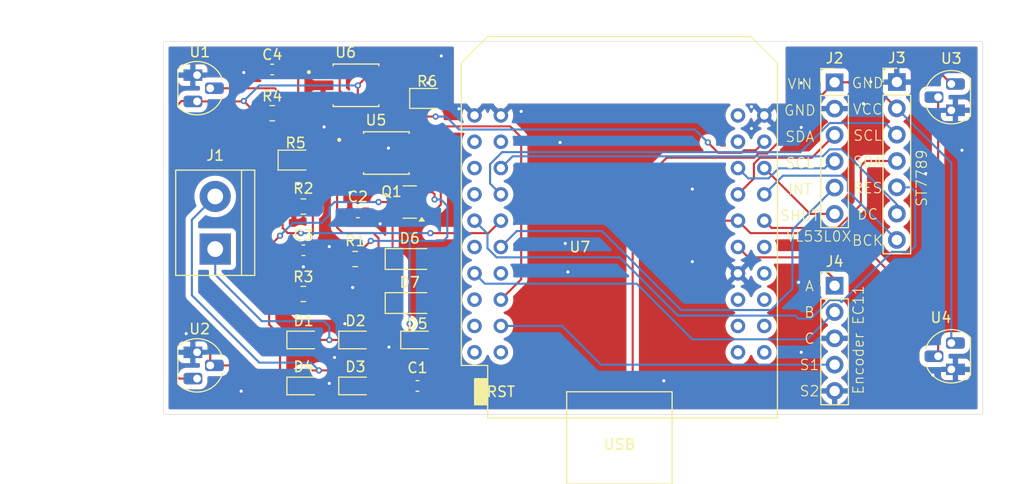
<source format=kicad_pcb>
(kicad_pcb (version 20240108) (generator "pcbnew") (generator_version "8.0")
  (layers (0 "F.Cu" signal) (31 "B.Cu" signal) (34 "B.Paste" user) (35 "F.Paste" user) (36 "B.SilkS" user "B.Silkscreen") (37 "F.SilkS" user "F.Silkscreen") (38 "B.Mask" user) (39 "F.Mask" user) (44 "Edge.Cuts" user))
  (net 0 "")
  (net 1 "Net-(D5-K)")
  (net 2 "GND")
  (net 3 "Net-(D6-K)")
  (net 4 "Net-(C3-Pad2)")
  (net 5 "Net-(C4-Pad2)")
  (net 6 "Net-(D1-K)")
  (net 7 "Net-(D1-A)")
  (net 8 "Net-(D3-A)")
  (net 9 "Net-(D7-K)")
  (net 10 "+3V3")
  (net 11 "Disp_MOSI")
  (net 12 "Disp_SCK")
  (net 13 "onewire")
  (net 14 "boil_to_cntr")
  (net 15 "cntr_to_boil")
  (net 16 "TOF_SCL")
  (net 17 "TOF_SHUT")
  (net 18 "TOF_INT")
  (net 19 "TOF_SDA")
  (net 20 "Disp_RES")
  (net 21 "Disp_LED")
  (net 22 "Disp_DC")
  (net 23 "Enc_A")
  (net 24 "Enc_S")
  (net 25 "Enc_B")
  (footprint "Diode_SMD:D_SOD-323" (layer "F.Cu") (at 103.5225 103.25)
    (property "Reference" "D4" (at 0 -1.85 0) (layer "F.SilkS"))
    (property "Value" "1N4148WS" (hide yes))
    (pad "1" smd roundrect (at -1.05 0) (size 0.6 0.45) (layers "F.Cu" "F.Paste" "F.Mask") (net 8 "Net-(D3-A)"))
    (pad "2" smd roundrect (at 1.05 0) (size 0.6 0.45) (layers "F.Cu" "F.Paste" "F.Mask") (net 2 "GND"))
  )
  (footprint "EL357N-G:OPTO_EL357N-G" (layer "F.Cu") (at 111.5 80.77)
    (property "Reference" "U5" (at -1 -3.173 0) (layer "F.SilkS"))
    (property "Value" "EL357N-G" (hide yes))
    (pad "1" smd rect (at -3.175 -1.27) (size 1.5 0.6) (layers "F.Cu" "F.Paste" "F.Mask") (net 5 "Net-(C4-Pad2)"))
    (pad "2" smd rect (at -3.175 1.27) (size 1.5 0.6) (layers "F.Cu" "F.Paste" "F.Mask") (net 2 "GND"))
    (pad "3" smd rect (at 3.175 1.27) (size 1.5 0.6) (layers "F.Cu" "F.Paste" "F.Mask") (net 9 "Net-(D7-K)"))
    (pad "4" smd rect (at 3.175 -1.27) (size 1.5 0.6) (layers "F.Cu" "F.Paste" "F.Mask") (net 3 "Net-(D6-K)"))
  )
  (footprint "Diode_SMD:D_SOD-123" (layer "F.Cu") (at 113.75 95.25)
    (property "Reference" "D7" (at 0 -2 0) (layer "F.SilkS"))
    (property "Value" "BZT52C4V3" (hide yes))
    (pad "1" smd roundrect (at -1.65 0) (size 0.9 1.2) (layers "F.Cu" "F.Paste" "F.Mask") (net 9 "Net-(D7-K)"))
    (pad "2" smd roundrect (at 1.65 0) (size 0.9 1.2) (layers "F.Cu" "F.Paste" "F.Mask") (net 2 "GND"))
  )
  (footprint "EL357N-G:OPTO_EL357N-G" (layer "F.Cu") (at 108.575 74.23)
    (property "Reference" "U6" (at -1 -3.173 0) (layer "F.SilkS"))
    (property "Value" "EL357N-G" (hide yes))
    (pad "1" smd rect (at -3.175 -1.27) (size 1.5 0.6) (layers "F.Cu" "F.Paste" "F.Mask") (net 4 "Net-(C3-Pad2)"))
    (pad "2" smd rect (at -3.175 1.27) (size 1.5 0.6) (layers "F.Cu" "F.Paste" "F.Mask") (net 2 "GND"))
    (pad "3" smd rect (at 3.175 1.27) (size 1.5 0.6) (layers "F.Cu" "F.Paste" "F.Mask") (net 15 "cntr_to_boil"))
    (pad "4" smd rect (at 3.175 -1.27) (size 1.5 0.6) (layers "F.Cu" "F.Paste" "F.Mask") (net 10 "+3V3"))
  )
  (footprint "Package_TO_SOT_THT:TO-92L_HandSolder" (layer "F.Cu") (at 93.25 73.25 -90)
    (property "Reference" "U1" (at -2.23 -0.27 180) (layer "F.SilkS"))
    (property "Value" "DS18S20")
    (pad "1" thru_hole rect (at 0 0 270) (size 1.1 1.8) (drill 0.75 (offset 0 0.4)) (layers "*.Cu" "*.Mask") (net 2 "GND"))
    (pad "2" thru_hole roundrect (at 1.27 -1.27 270) (size 1.1 1.8) (drill 0.75 (offset 0 -0.4)) (layers "*.Cu" "*.Mask") (net 13 "onewire"))
    (pad "3" thru_hole roundrect (at 2.54 0 270) (size 1.1 1.8) (drill 0.75 (offset 0 0.4)) (layers "*.Cu" "*.Mask") (net 10 "+3V3"))
  )
  (footprint "Package_TO_SOT_THT:TO-92L_HandSolder" (layer "F.Cu") (at 165.97 76.645 90)
    (property "Reference" "U3" (at 5 0 180) (layer "F.SilkS"))
    (property "Value" "DS18S20")
    (pad "1" thru_hole rect (at 0 0 90) (size 1.1 1.8) (drill 0.75 (offset 0 0.4)) (layers "*.Cu" "*.Mask") (net 2 "GND"))
    (pad "2" thru_hole roundrect (at 1.27 -1.27 90) (size 1.1 1.8) (drill 0.75 (offset 0 -0.4)) (layers "*.Cu" "*.Mask") (net 13 "onewire"))
    (pad "3" thru_hole roundrect (at 2.54 0 90) (size 1.1 1.8) (drill 0.75 (offset 0 0.4)) (layers "*.Cu" "*.Mask") (net 10 "+3V3"))
  )
  (footprint "Capacitor_SMD:C_0603_1608Metric" (layer "F.Cu") (at 114.5 103.25 180)
    (property "Reference" "C1" (at 0 1.75 0) (layer "F.SilkS"))
    (property "Value" "10n" (hide yes))
    (pad "1" smd roundrect (at -0.775 0 180) (size 0.9 0.95) (layers "F.Cu" "F.Paste" "F.Mask") (net 2 "GND"))
    (pad "2" smd roundrect (at 0.775 0 180) (size 0.9 0.95) (layers "F.Cu" "F.Paste" "F.Mask") (net 1 "Net-(D5-K)"))
  )
  (footprint "Diode_SMD:D_SOD-323" (layer "F.Cu") (at 103.5225 98.811426)
    (property "Reference" "D1" (at 0 -1.85 0) (layer "F.SilkS"))
    (property "Value" "1N4148WS" (hide yes))
    (pad "1" smd roundrect (at -1.05 0) (size 0.6 0.45) (layers "F.Cu" "F.Paste" "F.Mask") (net 6 "Net-(D1-K)"))
    (pad "2" smd roundrect (at 1.05 0) (size 0.6 0.45) (layers "F.Cu" "F.Paste" "F.Mask") (net 7 "Net-(D1-A)"))
  )
  (footprint "Resistor_SMD:R_0805_2012Metric" (layer "F.Cu") (at 100.5 76.928571)
    (property "Reference" "R4" (at 0 -1.65 0) (layer "F.SilkS"))
    (property "Value" "4k7" (hide yes))
    (pad "1" smd roundrect (at -0.9125 0) (size 1.025 1.4) (layers "F.Cu" "F.Paste" "F.Mask") (roundrect_rratio 0.243902) (net 10 "+3V3"))
    (pad "2" smd roundrect (at 0.9125 0) (size 1.025 1.4) (layers "F.Cu" "F.Paste" "F.Mask") (roundrect_rratio 0.243902) (net 13 "onewire"))
  )
  (footprint "Capacitor_SMD:C_0603_1608Metric" (layer "F.Cu") (at 100.5 72.71)
    (property "Reference" "C4" (at 0 -1.43 0) (layer "F.SilkS"))
    (property "Value" "2n2" (hide yes))
    (pad "1" smd roundrect (at -0.775 0) (size 0.9 0.95) (layers "F.Cu" "F.Paste" "F.Mask") (net 2 "GND"))
    (pad "2" smd roundrect (at 0.775 0) (size 0.9 0.95) (layers "F.Cu" "F.Paste" "F.Mask") (net 5 "Net-(C4-Pad2)"))
  )
  (footprint "Diode_SMD:D_SOD-323" (layer "F.Cu") (at 108.5225 98.811426)
    (property "Reference" "D2" (at 0 -1.85 0) (layer "F.SilkS"))
    (property "Value" "1N4148WS" (hide yes))
    (pad "1" smd roundrect (at -1.05 0) (size 0.6 0.45) (layers "F.Cu" "F.Paste" "F.Mask") (net 7 "Net-(D1-A)"))
    (pad "2" smd roundrect (at 1.05 0) (size 0.6 0.45) (layers "F.Cu" "F.Paste" "F.Mask") (net 2 "GND"))
  )
  (footprint "ESP32_mini:ESP32_mini" (layer "F.Cu") (at 133.97 88.57)
    (property "Reference" "U7" (at -3.81 1.27 0) (layer "F.SilkS"))
    (property "Value" "mini_esp32")
    (fp_text user "RST" (at -11.43 15.24 0) (layer "F.SilkS"))
    (fp_text user "USB" (at 0 20.32 0) (layer "F.SilkS"))
    (pad "1" thru_hole circle (at -13.97 -11.43 270) (size 1.4 1.4) (drill 0.8) (layers "*.Cu" "*.Mask") (net 2 "GND"))
    (pad "2" thru_hole circle (at -11.43 -11.43 270) (size 1.4 1.4) (drill 0.8) (layers "*.Cu" "*.Mask") (net 2 "GND"))
    (pad "3" thru_hole circle (at -13.97 -8.89 270) (size 1.4 1.4) (drill 0.8) (layers "*.Cu" "*.Mask"))
    (pad "4" thru_hole circle (at -11.43 -8.89 270) (size 1.4 1.4) (drill 0.8) (layers "*.Cu" "*.Mask"))
    (pad "5" thru_hole circle (at -13.97 -6.35 270) (size 1.4 1.4) (drill 0.8) (layers "*.Cu" "*.Mask"))
    (pad "6" thru_hole circle (at -11.43 -6.35 270) (size 1.4 1.4) (drill 0.8) (layers "*.Cu" "*.Mask") (net 22 "Disp_DC"))
    (pad "7" thru_hole circle (at -13.97 -3.81 270) (size 1.4 1.4) (drill 0.8) (layers "*.Cu" "*.Mask"))
    (pad "8" thru_hole circle (at -11.43 -3.81 270) (size 1.4 1.4) (drill 0.8) (layers "*.Cu" "*.Mask") (net 12 "Disp_SCK"))
    (pad "9" thru_hole circle (at -13.97 -1.27 270) (size 1.4 1.4) (drill 0.8) (layers "*.Cu" "*.Mask") (net 20 "Disp_RES"))
    (pad "10" thru_hole circle (at -11.43 -1.27 270) (size 1.4 1.4) (drill 0.8) (layers "*.Cu" "*.Mask") (net 14 "boil_to_cntr"))
    (pad "11" thru_hole circle (at -13.97 1.27 270) (size 1.4 1.4) (drill 0.8) (layers "*.Cu" "*.Mask"))
    (pad "12" thru_hole circle (at -11.43 1.27 270) (size 1.4 1.4) (drill 0.8) (layers "*.Cu" "*.Mask") (net 18 "TOF_INT"))
    (pad "13" thru_hole circle (at -13.97 3.81 270) (size 1.4 1.4) (drill 0.8) (layers "*.Cu" "*.Mask") (net 25 "Enc_B"))
    (pad "14" thru_hole circle (at -11.43 3.81 270) (size 1.4 1.4) (drill 0.8) (layers "*.Cu" "*.Mask"))
    (pad "15" thru_hole circle (at -13.97 6.35 270) (size 1.4 1.4) (drill 0.8) (layers "*.Cu" "*.Mask"))
    (pad "16" thru_hole circle (at -11.43 6.35 270) (size 1.4 1.4) (drill 0.8) (layers "*.Cu" "*.Mask") (net 10 "+3V3"))
    (pad "17" thru_hole circle (at -13.97 8.89 270) (size 1.4 1.4) (drill 0.8) (layers "*.Cu" "*.Mask"))
    (pad "18" thru_hole circle (at -11.43 8.89 270) (size 1.4 1.4) (drill 0.8) (layers "*.Cu" "*.Mask") (net 24 "Enc_S"))
    (pad "19" thru_hole circle (at -13.97 11.43 270) (size 1.4 1.4) (drill 0.8) (layers "*.Cu" "*.Mask"))
    (pad "20" thru_hole circle (at -11.43 11.43 270) (size 1.4 1.4) (drill 0.8) (layers "*.Cu" "*.Mask"))
    (pad "21" thru_hole circle (at 11.43 -11.43 270) (size 1.4 1.4) (drill 0.8) (layers "*.Cu" "*.Mask"))
    (pad "22" thru_hole circle (at 13.97 -11.43 270) (size 1.4 1.4) (drill 0.8) (layers "*.Cu" "*.Mask") (net 2 "GND"))
    (pad "23" thru_hole circle (at 11.43 -8.89 270) (size 1.4 1.4) (drill 0.8) (layers "*.Cu" "*.Mask"))
    (pad "24" thru_hole circle (at 13.97 -8.89 270) (size 1.4 1.4) (drill 0.8) (layers "*.Cu" "*.Mask") (net 15 "cntr_to_boil"))
    (pad "25" thru_hole circle (at 11.43 -6.35 270) (size 1.4 1.4) (drill 0.8) (layers "*.Cu" "*.Mask") (net 16 "TOF_SCL"))
    (pad "26" thru_hole circle (at 13.97 -6.35 270) (size 1.4 1.4) (drill 0.8) (layers "*.Cu" "*.Mask") (net 17 "TOF_SHUT"))
    (pad "27" thru_hole circle (at 11.43 -3.81 270) (size 1.4 1.4) (drill 0.8) (layers "*.Cu" "*.Mask") (net 19 "TOF_SDA"))
    (pad "28" thru_hole circle (at 13.97 -3.81 270) (size 1.4 1.4) (drill 0.8) (layers "*.Cu" "*.Mask") (net 21 "Disp_LED"))
    (pad "29" thru_hole circle (at 11.43 -1.27 270) (size 1.4 1.4) (drill 0.8) (layers "*.Cu" "*.Mask") (net 13 "onewire"))
    (pad "30" thru_hole circle (at 13.97 -1.27 270) (size 1.4 1.4) (drill 0.8) (layers "*.Cu" "*.Mask") (net 11 "Disp_MOSI"))
    (pad "31" thru_hole circle (at 11.43 1.27 270) (size 1.4 1.4) (drill 0.8) (layers "*.Cu" "*.Mask") (net 23 "Enc_A"))
    (pad "32" thru_hole circle (at 13.97 1.27 270) (size 1.4 1.4) (drill 0.8) (layers "*.Cu" "*.Mask"))
    (pad "33" thru_hole circle (at 11.43 3.81 270) (size 1.4 1.4) (drill 0.8) (layers "*.Cu" "*.Mask") (net 2 "GND"))
    (pad "34" thru_hole circle (at 13.97 3.81 270) (size 1.4 1.4) (drill 0.8) (layers "*.Cu" "*.Mask"))
    (pad "35" thru_hole circle (at 11.43 6.35 270) (size 1.4 1.4) (drill 0.8) (layers "*.Cu" "*.Mask"))
    (pad "36" thru_hole circle (at 13.97 6.35 270) (size 1.4 1.4) (drill 0.8) (layers "*.Cu" "*.Mask"))
    (pad "37" thru_hole circle (at 11.43 8.89 270) (size 1.4 1.4) (drill 0.8) (layers "*.Cu" "*.Mask"))
    (pad "38" thru_hole circle (at 13.97 8.89 270) (size 1.4 1.4) (drill 0.8) (layers "*.Cu" "*.Mask"))
    (pad "39" thru_hole circle (at 11.43 11.43 270) (size 1.4 1.4) (drill 0.8) (layers "*.Cu" "*.Mask"))
    (pad "40" thru_hole circle (at 13.97 11.43 270) (size 1.4 1.4) (drill 0.8) (layers "*.Cu" "*.Mask"))
  )
  (footprint "Capacitor_SMD:C_0603_1608Metric" (layer "F.Cu") (at 103.5 90.154284)
    (property "Reference" "C3" (at 0 -1.43 0) (layer "F.SilkS"))
    (property "Value" "10n" (hide yes))
    (pad "1" smd roundrect (at -0.775 0) (size 0.9 0.95) (layers "F.Cu" "F.Paste" "F.Mask") (net 2 "GND"))
    (pad "2" smd roundrect (at 0.775 0) (size 0.9 0.95) (layers "F.Cu" "F.Paste" "F.Mask") (net 4 "Net-(C3-Pad2)"))
  )
  (footprint "Resistor_SMD:R_0805_2012Metric" (layer "F.Cu") (at 103.5 85.935713 180)
    (property "Reference" "R2" (at 0 1.75 0) (layer "F.SilkS"))
    (property "Value" "150" (hide yes))
    (pad "1" smd roundrect (at -0.9125 0 180) (size 1.025 1.4) (layers "F.Cu" "F.Paste" "F.Mask") (roundrect_rratio 0.243902) (net 4 "Net-(C3-Pad2)"))
    (pad "2" smd roundrect (at 0.9125 0 180) (size 1.025 1.4) (layers "F.Cu" "F.Paste" "F.Mask") (roundrect_rratio 0.243902) (net 2 "GND"))
  )
  (footprint "Package_TO_SOT_SMD:SOT-23" (layer "F.Cu") (at 113.75 85.5 180)
    (property "Reference" "Q1" (at 1.75 1 180) (layer "F.SilkS"))
    (property "Value" "MMBT2907A" (hide yes))
    (pad "1" smd roundrect (at -0.9375 -0.95 180) (size 1.475 0.6) (layers "F.Cu" "F.Paste" "F.Mask") (net 3 "Net-(D6-K)"))
    (pad "2" smd roundrect (at -0.9375 0.95 180) (size 1.475 0.6) (layers "F.Cu" "F.Paste" "F.Mask") (net 1 "Net-(D5-K)"))
    (pad "3" smd roundrect (at 0.9375 0 180) (size 1.475 0.6) (layers "F.Cu" "F.Paste" "F.Mask") (net 6 "Net-(D1-K)"))
  )
  (footprint "Connector_PinHeader_2.54mm:PinHeader_1x07_P2.54mm_Vertical" (layer "F.Cu") (at 160.72 73.92)
    (property "Reference" "J3" (at 0 -2.33 0) (layer "F.SilkS"))
    (property "Value" "ST7789")
    (pad "1" thru_hole rect (at 0 0) (size 1.7 1.7) (drill 1) (layers "*.Cu" "*.Mask") (net 2 "GND"))
    (pad "2" thru_hole oval (at 0 2.54) (size 1.7 1.7) (drill 1) (layers "*.Cu" "*.Mask") (net 10 "+3V3"))
    (pad "3" thru_hole oval (at 0 5.08) (size 1.7 1.7) (drill 1) (layers "*.Cu" "*.Mask") (net 12 "Disp_SCK"))
    (pad "4" thru_hole oval (at 0 7.62) (size 1.7 1.7) (drill 1) (layers "*.Cu" "*.Mask") (net 11 "Disp_MOSI"))
    (pad "5" thru_hole oval (at 0 10.16) (size 1.7 1.7) (drill 1) (layers "*.Cu" "*.Mask") (net 20 "Disp_RES"))
    (pad "6" thru_hole oval (at 0 12.7) (size 1.7 1.7) (drill 1) (layers "*.Cu" "*.Mask") (net 22 "Disp_DC"))
    (pad "7" thru_hole oval (at 0 15.24) (size 1.7 1.7) (drill 1) (layers "*.Cu" "*.Mask") (net 21 "Disp_LED"))
  )
  (footprint "Diode_SMD:D_0805_2012Metric" (layer "F.Cu") (at 115.4375 75.5)
    (property "Reference" "R6" (at 0 -1.65 0) (layer "F.SilkS"))
    (property "Value" "330" (hide yes))
    (pad "1" smd roundrect (at -0.9375 0) (size 0.975 1.4) (layers "F.Cu" "F.Paste" "F.Mask") (net 15 "cntr_to_boil"))
    (pad "2" smd roundrect (at 0.9375 0) (size 0.975 1.4) (layers "F.Cu" "F.Paste" "F.Mask") (net 2 "GND"))
  )
  (footprint "Capacitor_SMD:C_0603_1608Metric" (layer "F.Cu") (at 108.75 86.5 180)
    (property "Reference" "C2" (at 0 1.5 0) (layer "F.SilkS"))
    (property "Value" "2n2" (hide yes))
    (pad "1" smd roundrect (at -0.775 0 180) (size 0.9 0.95) (layers "F.Cu" "F.Paste" "F.Mask") (net 3 "Net-(D6-K)"))
    (pad "2" smd roundrect (at 0.775 0 180) (size 0.9 0.95) (layers "F.Cu" "F.Paste" "F.Mask") (net 2 "GND"))
  )
  (footprint "TerminalBlock:TerminalBlock_bornier-2_P5.08mm" (layer "F.Cu") (at 95 90.04 90)
    (property "Reference" "J1" (at 9.04 0 180) (layer "F.SilkS"))
    (property "Value" "OpenTherm")
    (pad "1" thru_hole rect (at 0 0 90) (size 3 3) (drill 1.52) (layers "*.Cu" "*.Mask") (net 7 "Net-(D1-A)"))
    (pad "2" thru_hole circle (at 5.08 0 90) (size 3 3) (drill 1.52) (layers "*.Cu" "*.Mask") (net 8 "Net-(D3-A)"))
  )
  (footprint "Diode_SMD:D_SOD-123" (layer "F.Cu") (at 113.75 91)
    (property "Reference" "D6" (at 0 -2 0) (layer "F.SilkS"))
    (property "Value" "BZT52C15V" (hide yes))
    (pad "1" smd roundrect (at -1.65 0) (size 0.9 1.2) (layers "F.Cu" "F.Paste" "F.Mask") (net 3 "Net-(D6-K)"))
    (pad "2" smd roundrect (at 1.65 0) (size 0.9 1.2) (layers "F.Cu" "F.Paste" "F.Mask") (net 2 "GND"))
  )
  (footprint "Connector_PinHeader_2.54mm:PinHeader_1x06_P2.54mm_Vertical" (layer "F.Cu") (at 154.72 73.945)
    (property "Reference" "J2" (at 0 -2.33 0) (layer "F.SilkS"))
    (property "Value" "Laser range sensor")
    (pad "1" thru_hole rect (at 0 0) (size 1.7 1.7) (drill 1) (layers "*.Cu" "*.Mask") (net 10 "+3V3"))
    (pad "2" thru_hole oval (at 0 2.54) (size 1.7 1.7) (drill 1) (layers "*.Cu" "*.Mask") (net 2 "GND"))
    (pad "3" thru_hole oval (at 0 5.08) (size 1.7 1.7) (drill 1) (layers "*.Cu" "*.Mask") (net 19 "TOF_SDA"))
    (pad "4" thru_hole oval (at 0 7.62) (size 1.7 1.7) (drill 1) (layers "*.Cu" "*.Mask") (net 16 "TOF_SCL"))
    (pad "5" thru_hole oval (at 0 10.16) (size 1.7 1.7) (drill 1) (layers "*.Cu" "*.Mask") (net 18 "TOF_INT"))
    (pad "6" thru_hole oval (at 0 12.7) (size 1.7 1.7) (drill 1) (layers "*.Cu" "*.Mask") (net 17 "TOF_SHUT"))
  )
  (footprint "Diode_SMD:D_SOD-323" (layer "F.Cu") (at 108.5225 103.25)
    (property "Reference" "D3" (at 0 -1.85 0) (layer "F.SilkS"))
    (property "Value" "1N4148WS" (hide yes))
    (pad "1" smd roundrect (at -1.05 0) (size 0.6 0.45) (layers "F.Cu" "F.Paste" "F.Mask") (net 6 "Net-(D1-K)"))
    (pad "2" smd roundrect (at 1.05 0) (size 0.6 0.45) (layers "F.Cu" "F.Paste" "F.Mask") (net 8 "Net-(D3-A)"))
  )
  (footprint "Package_TO_SOT_THT:TO-92L_HandSolder" (layer "F.Cu") (at 93.25 100 -90)
    (property "Reference" "U2" (at -2.25 -0.25 180) (layer "F.SilkS"))
    (property "Value" "DS18S20")
    (pad "1" thru_hole rect (at 0 0 270) (size 1.1 1.8) (drill 0.75 (offset 0 0.4)) (layers "*.Cu" "*.Mask") (net 2 "GND"))
    (pad "2" thru_hole roundrect (at 1.27 -1.27 270) (size 1.1 1.8) (drill 0.75 (offset 0 -0.4)) (layers "*.Cu" "*.Mask") (net 13 "onewire"))
    (pad "3" thru_hole roundrect (at 2.54 0 270) (size 1.1 1.8) (drill 0.75 (offset 0 0.4)) (layers "*.Cu" "*.Mask") (net 10 "+3V3"))
  )
  (footprint "Package_TO_SOT_THT:TO-92L_HandSolder" (layer "F.Cu") (at 165.97 101.65 90)
    (property "Reference" "U4" (at 5 -1 180) (layer "F.SilkS"))
    (property "Value" "DS18S20")
    (pad "1" thru_hole rect (at 0 0 90) (size 1.1 1.8) (drill 0.75 (offset 0 0.4)) (layers "*.Cu" "*.Mask") (net 2 "GND"))
    (pad "2" thru_hole roundrect (at 1.27 -1.27 90) (size 1.1 1.8) (drill 0.75 (offset 0 -0.4)) (layers "*.Cu" "*.Mask") (net 13 "onewire"))
    (pad "3" thru_hole roundrect (at 2.54 0 90) (size 1.1 1.8) (drill 0.75 (offset 0 0.4)) (layers "*.Cu" "*.Mask") (net 10 "+3V3"))
  )
  (footprint "Diode_SMD:D_0805_2012Metric" (layer "F.Cu") (at 102.75 81.452142)
    (property "Reference" "R5" (at 0 -1.65 0) (layer "F.SilkS"))
    (property "Value" "1k5" (hide yes))
    (pad "1" smd roundrect (at -0.9375 0) (size 0.975 1.4) (layers "F.Cu" "F.Paste" "F.Mask") (net 14 "boil_to_cntr"))
    (pad "2" smd roundrect (at 0.9375 0) (size 0.975 1.4) (layers "F.Cu" "F.Paste" "F.Mask") (net 5 "Net-(C4-Pad2)"))
  )
  (footprint "Resistor_SMD:R_0805_2012Metric" (layer "F.Cu") (at 108.5 91 180)
    (property "Reference" "R1" (at 0 1.75 0) (layer "F.SilkS"))
    (property "Value" "200" (hide yes))
    (pad "1" smd roundrect (at -0.9125 0 180) (size 1.025 1.4) (layers "F.Cu" "F.Paste" "F.Mask") (roundrect_rratio 0.243902) (net 1 "Net-(D5-K)"))
    (pad "2" smd roundrect (at 0.9125 0 180) (size 1.025 1.4) (layers "F.Cu" "F.Paste" "F.Mask") (roundrect_rratio 0.243902) (net 4 "Net-(C3-Pad2)"))
  )
  (footprint "Resistor_SMD:R_0805_2012Metric" (layer "F.Cu") (at 103.5 94.372855)
    (property "Reference" "R3" (at 0 -1.65 0) (layer "F.SilkS"))
    (property "Value" "330" (hide yes))
    (pad "1" smd roundrect (at -0.9125 0) (size 1.025 1.4) (layers "F.Cu" "F.Paste" "F.Mask") (roundrect_rratio 0.243902) (net 3 "Net-(D6-K)"))
    (pad "2" smd roundrect (at 0.9125 0) (size 1.025 1.4) (layers "F.Cu" "F.Paste" "F.Mask") (roundrect_rratio 0.243902) (net 6 "Net-(D1-K)"))
  )
  (footprint "Connector_PinHeader_2.54mm:PinHeader_1x05_P2.54mm_Vertical" (layer "F.Cu") (at 154.72 93.575)
    (property "Reference" "J4" (at 0 -2.33 0) (layer "F.SilkS"))
    (property "Value" "Encoder")
    (pad "1" thru_hole rect (at 0 0) (size 1.7 1.7) (drill 1) (layers "*.Cu" "*.Mask") (net 23 "Enc_A"))
    (pad "2" thru_hole oval (at 0 2.54) (size 1.7 1.7) (drill 1) (layers "*.Cu" "*.Mask") (net 25 "Enc_B"))
    (pad "3" thru_hole oval (at 0 5.08) (size 1.7 1.7) (drill 1) (layers "*.Cu" "*.Mask") (net 2 "GND"))
    (pad "4" thru_hole oval (at 0 7.62) (size 1.7 1.7) (drill 1) (layers "*.Cu" "*.Mask") (net 24 "Enc_S"))
    (pad "5" thru_hole oval (at 0 10.16) (size 1.7 1.7) (drill 1) (layers "*.Cu" "*.Mask") (net 2 "GND"))
  )
  (footprint "Diode_SMD:D_SOD-323" (layer "F.Cu") (at 114.5 98.811426)
    (property "Reference" "D5" (at 0 -1.561426 0) (layer "F.SilkS"))
    (property "Value" "BZT52C4V7S" (hide yes))
    (pad "1" smd roundrect (at -1.05 0) (size 0.6 0.45) (layers "F.Cu" "F.Paste" "F.Mask") (net 1 "Net-(D5-K)"))
    (pad "2" smd roundrect (at 1.05 0) (size 0.6 0.45) (layers "F.Cu" "F.Paste" "F.Mask") (net 2 "GND"))
  )
  (gr_rect (start 90 70) (end 169 106) (stroke (width 0.05)) (fill none) (layer "Edge.Cuts"))
  (gr_text "INT" (at 150.161905 84.86 0) (layer "F.SilkS") (effects (font (size 1 1) (thickness 0.1)) (justify left bottom)))
  (gr_text "ST7789" (at 163.7 83.2 90) (layer "F.SilkS") (effects (font (size 1 1) (thickness 0.1)) (justify bottom)))
  (gr_text "Encoder EC11" (at 157.6 98.8 90) (layer "F.SilkS") (effects (font (size 1 1) (thickness 0.1)) (justify bottom)))
  (gr_text "RES" (at 157.9 84.733332 0) (layer "F.SilkS") (effects (font (size 1 1) (thickness 0.1)) (justify bottom)))
  (gr_text "S1" (at 152.3 101.799999 0) (layer "F.SilkS") (effects (font (size 1 1) (thickness 0.1)) (justify bottom)))
  (gr_text "BCK" (at 157.9 89.8 0) (layer "F.SilkS") (effects (font (size 1 1) (thickness 0.1)) (justify bottom)))
  (gr_text "C" (at 152.3 99.266666 0) (layer "F.SilkS") (effects (font (size 1 1) (thickness 0.1)) (justify bottom)))
  (gr_text "VCC" (at 157.9 77.133333 0) (layer "F.SilkS") (effects (font (size 1 1) (thickness 0.1)) (justify bottom)))
  (gr_text "VIN" (at 150.114286 74.7 0) (layer "F.SilkS") (effects (font (size 1 1) (thickness 0.1)) (justify left bottom)))
  (gr_text "DC" (at 157.9 87.266665 0) (layer "F.SilkS") (effects (font (size 1 1) (thickness 0.1)) (justify bottom)))
  (gr_text "VL53L0X" (at 153.2 89.4 0) (layer "F.SilkS") (effects (font (size 1 1) (thickness 0.1)) (justify bottom)))
  (gr_text "SCL" (at 149.92381 82.32 0) (layer "F.SilkS") (effects (font (size 1 1) (thickness 0.1)) (justify left bottom)))
  (gr_text "SDA" (at 149.9 79.78 0) (layer "F.SilkS") (effects (font (size 1 1) (thickness 0.1)) (justify left bottom)))
  (gr_text "SDA" (at 157.9 82.199999 0) (layer "F.SilkS") (effects (font (size 1 1) (thickness 0.1)) (justify bottom)))
  (gr_text "GND" (at 157.9 74.6 0) (layer "F.SilkS") (effects (font (size 1 1) (thickness 0.1)) (justify bottom)))
  (gr_text "SHUT" (at 149.4 87.4 0) (layer "F.SilkS") (effects (font (size 1 1) (thickness 0.1)) (justify left bottom)))
  (gr_text "S2" (at 152.3 104.333334 0) (layer "F.SilkS") (effects (font (size 1 1) (thickness 0.1)) (justify bottom)))
  (gr_text "GND" (at 149.780953 77.24 0) (layer "F.SilkS") (effects (font (size 1 1) (thickness 0.1)) (justify left bottom)))
  (gr_text "A" (at 152.3 94.2 0) (layer "F.SilkS") (effects (font (size 1 1) (thickness 0.1)) (justify bottom)))
  (gr_text "B" (at 152.3 96.733333 0) (layer "F.SilkS") (effects (font (size 1 1) (thickness 0.1)) (justify bottom)))
  (gr_text "SCL" (at 157.9 79.666666 0) (layer "F.SilkS") (effects (font (size 1 1) (thickness 0.1)) (justify bottom)))
  (segment (start 114.6875 84.55) (end 115.95 84.55) (width 0.2) (layer "F.Cu") (net 1))
  (segment (start 113.75 97.25) (end 113.75 98.511426) (width 0.2) (layer "F.Cu") (net 1))
  (segment (start 113.45 98.811426) (end 113.45 102.975) (width 0.2) (layer "F.Cu") (net 1))
  (segment (start 109.4125 89.8375) (end 109.4125 91) (width 0.2) (layer "F.Cu") (net 1))
  (segment (start 113.45 102.975) (end 113.725 103.25) (width 0.2) (layer "F.Cu") (net 1))
  (segment (start 110 89.25) (end 109.4125 89.8375) (width 0.2) (layer "F.Cu") (net 1))
  (segment (start 116.15 84.75) (end 115.95 84.55) (width 0.2) (layer "F.Cu") (net 1))
  (segment (start 116.15 85.25) (end 116.15 84.75) (width 0.2) (layer "F.Cu") (net 1))
  (segment (start 113.75 98.511426) (end 113.45 98.811426) (width 0.2) (layer "F.Cu") (net 1))
  (via (at 110 89.25) (size 0.6) (drill 0.3) (layers "F.Cu" "B.Cu") (net 1))
  (via (at 116.15 85.25) (size 0.6) (drill 0.3) (layers "F.Cu" "B.Cu") (net 1))
  (via (at 113.75 97.25) (size 0.6) (drill 0.3) (layers "F.Cu" "B.Cu") (net 1))
  (segment (start 113.75 89.25) (end 113.75 97.25) (width 0.2) (layer "B.Cu") (net 1))
  (segment (start 113.75 89.25) (end 110 89.25) (width 0.2) (layer "B.Cu") (net 1))
  (segment (start 117 89.25) (end 113.75 89.25) (width 0.2) (layer "B.Cu") (net 1))
  (segment (start 116.15 85.25) (end 116.75 85.25) (width 0.2) (layer "B.Cu") (net 1))
  (segment (start 116.75 85.25) (end 117.375 85.875) (width 0.2) (layer "B.Cu") (net 1))
  (segment (start 117.375 88.875) (end 117 89.25) (width 0.2) (layer "B.Cu") (net 1))
  (segment (start 117.375 85.875) (end 117.375 88.875) (width 0.2) (layer "B.Cu") (net 1))
  (segment (start 105.75 103.25) (end 106 103) (width 0.2) (layer "F.Cu") (net 2))
  (segment (start 104.5725 103.25) (end 105.75 103.25) (width 0.2) (layer "F.Cu") (net 2))
  (via (at 164.2 102.2) (size 0.6) (drill 0.3) (layers "F.Cu" "B.Cu") (net 2))
  (via (at 128.25 79.75) (size 0.6) (drill 0.3) (layers "F.Cu" "B.Cu") (net 2))
  (via (at 110.9 87.6) (size 0.6) (drill 0.3) (layers "F.Cu" "B.Cu") (net 2))
  (via (at 106 89.8) (size 0.6) (drill 0.3) (layers "F.Cu" "B.Cu") (net 2))
  (via (at 97.5 103.75) (size 0.6) (drill 0.3) (layers "F.Cu" "B.Cu") (net 2))
  (via (at 151.5 78.3) (size 0.6) (drill 0.3) (layers "F.Cu" "B.Cu") (net 2))
  (via (at 105.5 78.25) (size 0.6) (drill 0.3) (layers "F.Cu" "B.Cu") (net 2))
  (via (at 163.5 82.75) (size 0.6) (drill 0.3) (layers "F.Cu" "B.Cu") (net 2))
  (via (at 151.25 93.25) (size 0.6) (drill 0.3) (layers "F.Cu" "B.Cu") (net 2))
  (via (at 158.2 73.9) (size 0.6) (drill 0.3) (layers "F.Cu" "B.Cu") (net 2))
  (via (at 92.2 98.2) (size 0.6) (drill 0.3) (layers "F.Cu" "B.Cu") (net 2))
  (via (at 106.5 100.5) (size 0.6) (drill 0.3) (layers "F.Cu" "B.Cu") (net 2))
  (via (at 167 80.5) (size 0.6) (drill 0.3) (layers "F.Cu" "B.Cu") (net 2))
  (via (at 106 103) (size 0.6) (drill 0.3) (layers "F.Cu" "B.Cu") (net 2))
  (via (at 111.7 80.3) (size 0.6) (drill 0.3) (layers "F.Cu" "B.Cu") (net 2))
  (via (at 97.75 73) (size 0.6) (drill 0.3) (layers "F.Cu" "B.Cu") (net 2))
  (via (at 124.5 76.75) (size 0.6) (drill 0.3) (layers "F.Cu" "B.Cu") (net 2))
  (via (at 111.75 99.5) (size 0.6) (drill 0.3) (layers "F.Cu" "B.Cu") (net 2))
  (via (at 151.5 74) (size 0.6) (drill 0.3) (layers "F.Cu" "B.Cu") (net 2))
  (via (at 157.5 76) (size 0.6) (drill 0.3) (layers "F.Cu" "B.Cu") (net 2))
  (via (at 108.25 93.75) (size 0.6) (drill 0.3) (layers "F.Cu" "B.Cu") (net 2))
  (via (at 108 84.6) (size 0.6) (drill 0.3) (layers "F.Cu" "B.Cu") (net 2))
  (via (at 118.5 76.5) (size 0.6) (drill 0.3) (layers "F.Cu" "B.Cu") (net 2))
  (via (at 128.75 89.5) (size 0.6) (drill 0.3) (layers "F.Cu" "B.Cu") (net 2))
  (via (at 151.5 100) (size 0.6) (drill 0.3) (layers "F.Cu" "B.Cu") (net 2))
  (via (at 138.25 102.75) (size 0.6) (drill 0.3) (layers "F.Cu" "B.Cu") (net 2))
  (via (at 129 92.25) (size 0.6) (drill 0.3) (layers "F.Cu" "B.Cu") (net 2))
  (via (at 146.7 76.3) (size 0.6) (drill 0.3) (layers "F.Cu" "B.Cu") (net 2))
  (via (at 107.5 97.25) (size 0.6) (drill 0.3) (layers "F.Cu" "B.Cu") (net 2))
  (via (at 115.5 74) (size 0.6) (drill 0.3) (layers "F.Cu" "B.Cu") (net 2))
  (via (at 141 91.25) (size 0.6) (drill 0.3) (layers "F.Cu" "B.Cu") (net 2))
  (via (at 146.7 78.4) (size 0.6) (drill 0.3) (layers "F.Cu" "B.Cu") (net 2))
  (via (at 103 83.75) (size 0.6) (drill 0.3) (layers "F.Cu" "B.Cu") (net 2))
  (via (at 141 84.25) (size 0.6) (drill 0.3) (layers "F.Cu" "B.Cu") (net 2))
  (via (at 103.5 91.75) (size 0.6) (drill 0.3) (layers "F.Cu" "B.Cu") (net 2))
  (via (at 116.8 71.4) (size 0.6) (drill 0.3) (layers "F.Cu" "B.Cu") (net 2))
  (segment (start 114.6875 86.45) (end 112.5 86.45) (width 0.2) (layer "F.Cu") (net 3))
  (segment (start 102.5875 95.8375) (end 103 96.25) (width 0.2) (layer "F.Cu") (net 3))
  (segment (start 109.575 86.45) (end 109.525 86.5) (width 0.2) (layer "F.Cu") (net 3))
  (segment (start 103 96.25) (end 112.75 96.25) (width 0.2) (layer "F.Cu") (net 3))
  (segment (start 112.1 86.85) (end 112.5 86.45) (width 0.2) (layer "F.Cu") (net 3))
  (segment (start 116.05 86.45) (end 114.6875 86.45) (width 0.2) (layer "F.Cu") (net 3))
  (segment (start 113 91.25) (end 112.75 91) (width 0.2) (layer "F.Cu") (net 3))
  (segment (start 113 96) (end 113 91.25) (width 0.2) (layer "F.Cu") (net 3))
  (segment (start 112.75 91) (end 112.1 91) (width 0.2) (layer "F.Cu") (net 3))
  (segment (start 112.1 91) (end 112.1 86.85) (width 0.2) (layer "F.Cu") (net 3))
  (segment (start 102.5875 94.372855) (end 102.5875 95.8375) (width 0.2) (layer "F.Cu") (net 3))
  (segment (start 112.75 96.25) (end 113 96) (width 0.2) (layer "F.Cu") (net 3))
  (segment (start 114.675 79.5) (end 116.25 79.5) (width 0.2) (layer "F.Cu") (net 3))
  (segment (start 112.5 86.45) (end 109.575 86.45) (width 0.2) (layer "F.Cu") (net 3))
  (segment (start 116.75 80) (end 116.75 85.75) (width 0.2) (layer "F.Cu") (net 3))
  (segment (start 116.25 79.5) (end 116.75 80) (width 0.2) (layer "F.Cu") (net 3))
  (segment (start 116.75 85.75) (end 116.05 86.45) (width 0.2) (layer "F.Cu") (net 3))
  (segment (start 104.4125 85.935713) (end 104.4125 83.5875) (width 0.2) (layer "F.Cu") (net 4))
  (segment (start 104.4125 88.5875) (end 104.4125 85.935713) (width 0.2) (layer "F.Cu") (net 4))
  (segment (start 109.5 80) (end 109.5 77.25) (width 0.2) (layer "F.Cu") (net 4))
  (segment (start 105.120716 91) (end 104.275 90.154284) (width 0.2) (layer "F.Cu") (net 4))
  (segment (start 107.5875 91) (end 105.120716 91) (width 0.2) (layer "F.Cu") (net 4))
  (segment (start 107 73.25) (end 106.71 72.96) (width 0.2) (layer "F.Cu") (net 4))
  (segment (start 107 74.75) (end 109.5 77.25) (width 0.2) (layer "F.Cu") (net 4))
  (segment (start 106.71 72.96) (end 105.4 72.96) (width 0.2) (layer "F.Cu") (net 4))
  (segment (start 104.4125 83.5875) (end 107.5 80.5) (width 0.2) (layer "F.Cu") (net 4))
  (segment (start 107.5 80.5) (end 109 80.5) (width 0.2) (layer "F.Cu") (net 4))
  (segment (start 104.275 88.725) (end 104.275 90.154284) (width 0.2) (layer "F.Cu") (net 4))
  (segment (start 107 74.75) (end 107 73.25) (width 0.2) (layer "F.Cu") (net 4))
  (segment (start 109 80.5) (end 109.5 80) (width 0.2) (layer "F.Cu") (net 4))
  (segment (start 104.4125 88.5875) (end 104.275 88.725) (width 0.2) (layer "F.Cu") (net 4))
  (segment (start 103 78.5) (end 103.6875 79.1875) (width 0.2) (layer "F.Cu") (net 5))
  (segment (start 103 73.25) (end 103 78.5) (width 0.2) (layer "F.Cu") (net 5))
  (segment (start 101.275 72.71) (end 102.46 72.71) (width 0.2) (layer "F.Cu") (net 5))
  (segment (start 106.5 79.5) (end 106 80) (width 0.2) (layer "F.Cu") (net 5))
  (segment (start 106 80.904284) (end 105.452142 81.452142) (width 0.2) (layer "F.Cu") (net 5))
  (segment (start 105.452142 81.452142) (end 103.6875 81.452142) (width 0.2) (layer "F.Cu") (net 5))
  (segment (start 106 80) (end 106 80.904284) (width 0.2) (layer "F.Cu") (net 5))
  (segment (start 102.46 72.71) (end 103 73.25) (width 0.2) (layer "F.Cu") (net 5))
  (segment (start 103.6875 79.1875) (end 103.6875 81.452142) (width 0.2) (layer "F.Cu") (net 5))
  (segment (start 106.5 79.5) (end 108.325 79.5) (width 0.2) (layer "F.Cu") (net 5))
  (segment (start 101.25 88.75) (end 100.2 89.8) (width 0.2) (layer "F.Cu") (net 6))
  (segment (start 101.25 99.25) (end 101.688574 98.811426) (width 0.2) (layer "F.Cu") (net 6))
  (segment (start 107.4725 103.5275) (end 107.225 103.775) (width 0.2) (layer "F.Cu") (net 6))
  (segment (start 104.4125 93.4125) (end 104.4125 94.372855) (width 0.2) (layer "F.Cu") (net 6))
  (segment (start 100.2 89.8) (end 100.2 92.8) (width 0.2) (layer "F.Cu") (net 6))
  (segment (start 107.225 103.775) (end 101.775 103.775) (width 0.2) (layer "F.Cu") (net 6))
  (segment (start 104 93) (end 103.95 92.95) (width 0.2) (layer "F.Cu") (net 6))
  (segment (start 107.4725 103.25) (end 107.4725 103.5275) (width 0.2) (layer "F.Cu") (net 6))
  (segment (start 101.688574 98.811426) (end 100.2 97.322852) (width 0.2) (layer "F.Cu") (net 6))
  (segment (start 101.775 103.775) (end 101.25 103.25) (width 0.2) (layer "F.Cu") (net 6))
  (segment (start 103.95 92.95) (end 100.25 92.95) (width 0.2) (layer "F.Cu") (net 6))
  (segment (start 100.2 97.322852) (end 100.2 92.9) (width 0.2) (layer "F.Cu") (net 6))
  (segment (start 101.25 103.25) (end 101.25 99.25) (width 0.2) (layer "F.Cu") (net 6))
  (segment (start 112.8125 85.5) (end 110.75 85.5) (width 0.2) (layer "F.Cu") (net 6))
  (segment (start 101.688574 98.811426) (end 102.4725 98.811426) (width 0.2) (layer "F.Cu") (net 6))
  (segment (start 104 93) (end 104.4125 93.4125) (width 0.2) (layer "F.Cu") (net 6))
  (via (at 101.25 88.75) (size 0.6) (drill 0.3) (layers "F.Cu" "B.Cu") (net 6))
  (via (at 110.75 85.5) (size 0.6) (drill 0.3) (layers "F.Cu" "B.Cu") (net 6))
  (segment (start 106.5 85.5) (end 106 86) (width 0.2) (layer "B.Cu") (net 6))
  (segment (start 106 86) (end 106 86.75) (width 0.2) (layer "B.Cu") (net 6))
  (segment (start 106 86.75) (end 105.25 87.5) (width 0.2) (layer "B.Cu") (net 6))
  (segment (start 105.25 87.5) (end 102.5 87.5) (width 0.2) (layer "B.Cu") (net 6))
  (segment (start 110.75 85.5) (end 106.5 85.5) (width 0.2) (layer "B.Cu") (net 6))
  (segment (start 102.5 87.5) (end 101.25 88.75) (width 0.2) (layer "B.Cu") (net 6))
  (segment (start 106 98.811426) (end 104.5725 98.811426) (width 0.2) (layer "F.Cu") (net 7))
  (segment (start 107.4725 98.811426) (end 106 98.811426) (width 0.2) (layer "F.Cu") (net 7))
  (via (at 106 98.811426) (size 0.6) (drill 0.3) (layers "F.Cu" "B.Cu") (net 7))
  (segment (start 106 97.5) (end 105.5 97) (width 0.2) (layer "B.Cu") (net 7))
  (segment (start 95 92.5) (end 95 90.04) (width 0.2) (layer "B.Cu") (net 7))
  (segment (start 99.5 97) (end 95 92.5) (width 0.2) (layer "B.Cu") (net 7))
  (segment (start 106 98.811426) (end 106 97.5) (width 0.2) (layer "B.Cu") (net 7))
  (segment (start 105.5 97) (end 99.5 97) (width 0.2) (layer "B.Cu") (net 7))
  (segment (start 109 101.75) (end 105 101.75) (width 0.2) (layer "F.Cu") (net 8))
  (segment (start 102.4725 102.5275) (end 102.4725 103.25) (width 0.2) (layer "F.Cu") (net 8))
  (segment (start 105 101.75) (end 103.25 101.75) (width 0.2) (layer "F.Cu") (net 8))
  (segment (start 109.5725 103.25) (end 109.5725 102.3225) (width 0.2) (layer "F.Cu") (net 8))
  (segment (start 109.5725 102.3225) (end 109 101.75) (width 0.2) (layer "F.Cu") (net 8))
  (segment (start 103.25 101.75) (end 102.4725 102.5275) (width 0.2) (layer "F.Cu") (net 8))
  (via (at 105 101.75) (size 0.6) (drill 0.3) (layers "F.Cu" "B.Cu") (net 8))
  (segment (start 92.75 94.5) (end 92.75 87.21) (width 0.2) (layer "B.Cu") (net 8))
  (segment (start 92.75 87.21) (end 95 84.96) (width 0.2) (layer "B.Cu") (net 8))
  (segment (start 105 101.75) (end 104.25 101) (width 0.2) (layer "B.Cu") (net 8))
  (segment (start 104.25 101) (end 99.25 101) (width 0.2) (layer "B.Cu") (net 8))
  (segment (start 99.25 101) (end 92.75 94.5) (width 0.2) (layer "B.Cu") (net 8))
  (segment (start 110.75 89) (end 110.75 93.9) (width 0.2) (layer "F.Cu") (net 9))
  (segment (start 111.3 83.7) (end 107.3 83.7) (width 0.2) (layer "F.Cu") (net 9))
  (segment (start 106.75 87.95) (end 107.3 88.5) (width 0.2) (layer "F.Cu") (net 9))
  (segment (start 114.675 82.04) (end 112.96 82.04) (width 0.2) (layer "F.Cu") (net 9))
  (segment (start 107.3 83.7) (end 106.75 84.25) (width 0.2) (layer "F.Cu") (net 9))
  (segment (start 112.96 82.04) (end 111.3 83.7) (width 0.2) (layer "F.Cu") (net 9))
  (segment (start 106.75 84.25) (end 106.75 87.95) (width 0.2) (layer "F.Cu") (net 9))
  (segment (start 110.25 88.5) (end 110.75 89) (width 0.2) (layer "F.Cu") (net 9))
  (segment (start 110.75 93.9) (end 112.1 95.25) (width 0.2) (layer "F.Cu") (net 9))
  (segment (start 107.3 88.5) (end 110.25 88.5) (width 0.2) (layer "F.Cu") (net 9))
  (segment (start 108.75 74.25) (end 108.75 75.85) (width 0.2) (layer "F.Cu") (net 10))
  (segment (start 91 102) (end 91 76.5) (width 0.2) (layer "F.Cu") (net 10))
  (segment (start 156.045 73.945) (end 154.72 73.945) (width 0.2) (layer "F.Cu") (net 10))
  (segment (start 110.04 72.96) (end 111.75 72.96) (width 0.2) (layer "F.Cu") (net 10))
  (segment (start 93.25 75.79) (end 97.71 75.79) (width 0.2) (layer "F.Cu") (net 10))
  (segment (start 151.15 76.1) (end 149.5 77.75) (width 0.2) (layer "F.Cu") (net 10))
  (segment (start 108.75 75.85) (end 111.1 78.2) (width 0.2) (layer "F.Cu") (net 10))
  (segment (start 154.72 73.945) (end 152.565 76.1) (width 0.2) (layer "F.Cu") (net 10))
  (segment (start 149.5 77.75) (end 149.5 79.534214) (width 0.2) (layer "F.Cu") (net 10))
  (segment (start 160.72 76.46) (end 159.36 75.1) (width 0.2) (layer "F.Cu") (net 10))
  (segment (start 111.1 78.2) (end 123.45 78.2) (width 0.2) (layer "F.Cu") (net 10))
  (segment (start 157.2 75.1) (end 156.045 73.945) (width 0.2) (layer "F.Cu") (net 10))
  (segment (start 148.214214 80.82) (end 147.3601 80.82) (width 0.2) (layer "F.Cu") (net 10))
  (segment (start 156.055 73.945) (end 154.72 73.945) (width 0.2) (layer "F.Cu") (net 10))
  (segment (start 108.75 74.25) (end 110.04 72.96) (width 0.2) (layer "F.Cu") (net 10))
  (segment (start 124.5 84.25) (end 124.5 92.96) (width 0.2) (layer "F.Cu") (net 10))
  (segment (start 147.3601 80.82) (end 146.9601 81.22) (width 0.2) (layer "F.Cu") (net 10))
  (segment (start 98.928571 76.928571) (end 99.5875 76.928571) (width 0.2) (layer "F.Cu") (net 10))
  (segment (start 91 76.5) (end 91.75 75.75) (width 0.2) (layer "F.Cu") (net 10))
  (segment (start 124.5 92.96) (end 122.54 94.92) (width 0.2) (layer "F.Cu") (net 10))
  (segment (start 93.21 75.75) (end 93.25 75.79) (width 0.2) (layer "F.Cu") (net 10))
  (segment (start 165.97 74.105) (end 163.465 71.6) (width 0.2) (layer "F.Cu") (net 10))
  (segment (start 91.75 75.75) (end 93.21 75.75) (width 0.2) (layer "F.Cu") (net 10))
  (segment (start 123.45 78.2) (end 124.5 79.25) (width 0.2) (layer "F.Cu") (net 10))
  (segment (start 158.4 71.6) (end 156.055 73.945) (width 0.2) (layer "F.Cu") (net 10))
  (segment (start 159.36 75.1) (end 157.2 75.1) (width 0.2) (layer "F.Cu") (net 10))
  (segment (start 124.5 79.25) (end 124.5 84.25) (width 0.2) (layer "F.Cu") (net 10))
  (segment (start 149.5 79.534214) (end 148.214214 80.82) (width 0.2) (layer "F.Cu") (net 10))
  (segment (start 163.465 71.6) (end 158.4 71.6) (width 0.2) (layer "F.Cu") (net 10))
  (segment (start 146.9601 81.22) (end 138.53 81.22) (width 0.2) (layer "F.Cu") (net 10))
  (segment (start 97.75 75.75) (end 98.928571 76.928571) (width 0.2) (layer "F.Cu") (net 10))
  (segment (start 138.53 81.22) (end 135.5 84.25) (width 0.2) (layer "F.Cu") (net 10))
  (segment (start 135.5 84.25) (end 124.5 84.25) (width 0.2) (layer "F.Cu") (net 10))
  (segment (start 152.565 76.1) (end 151.15 76.1) (width 0.2) (layer "F.Cu") (net 10))
  (segment (start 93.25 102.54) (end 91.54 102.54) (width 0.2) (layer "F.Cu") (net 10))
  (segment (start 97.71 75.79) (end 97.75 75.75) (width 0.2) (layer "F.Cu") (net 10))
  (segment (start 91.54 102.54) (end 91 102) (width 0.2) (layer "F.Cu") (net 10))
  (via (at 108.75 74.25) (size 0.6) (drill 0.3) (layers "F.Cu" "B.Cu") (net 10))
  (via (at 97.75 75.75) (size 0.6) (drill 0.3) (layers "F.Cu" "B.Cu") (net 10))
  (segment (start 160.72 76.46) (end 165.97 81.71) (width 0.2) (layer "B.Cu") (net 10))
  (segment (start 99.25 74.25) (end 108.75 74.25) (width 0.2) (layer "B.Cu") (net 10))
  (segment (start 97.75 75.75) (end 99.25 74.25) (width 0.2) (layer "B.Cu") (net 10))
  (segment (start 165.97 81.71) (end 165.97 99.11) (width 0.2) (layer "B.Cu") (net 10))
  (segment (start 157.25 82) (end 157.25 85.75) (width 0.2) (layer "F.Cu") (net 11))
  (segment (start 157.25 85.75) (end 155 88) (width 0.2) (layer "F.Cu") (net 11))
  (segment (start 157.71 81.54) (end 157.25 82) (width 0.2) (layer "F.Cu") (net 11))
  (segment (start 160.72 81.54) (end 157.71 81.54) (width 0.2) (layer "F.Cu") (net 11))
  (segment (start 155 88) (end 148.64 88) (width 0.2) (layer "F.Cu") (net 11))
  (segment (start 148.64 88) (end 147.94 87.3) (width 0.2) (layer "F.Cu") (net 11))
  (segment (start 121.5 81.845786) (end 122.665786 80.68) (width 0.2) (layer "B.Cu") (net 12))
  (segment (start 122.665786 80.68) (end 151.438654 80.68) (width 0.2) (layer "B.Cu") (net 12))
  (segment (start 151.438654 80.68) (end 154.243654 77.875) (width 0.2) (layer "B.Cu") (net 12))
  (segment (start 159.595 77.875) (end 160.72 79) (width 0.2) (layer "B.Cu") (net 12))
  (segment (start 121.5 83.72) (end 121.5 81.845786) (width 0.2) (layer "B.Cu") (net 12))
  (segment (start 154.243654 77.875) (end 159.595 77.875) (width 0.2) (layer "B.Cu") (net 12))
  (segment (start 122.54 84.76) (end 121.5 83.72) (width 0.2) (layer "B.Cu") (net 12))
  (segment (start 94.52 101.27) (end 97.02 101.27) (width 0.2) (layer "F.Cu") (net 13))
  (segment (start 91.75 79) (end 91.75 96.25) (width 0.2) (layer "F.Cu") (net 13))
  (segment (start 164.7 92) (end 164.7 100.38) (width 0.2) (layer "F.Cu") (net 13))
  (segment (start 94.52 74.52) (end 100.75 74.52) (width 0.2) (layer "F.Cu") (net 13))
  (segment (start 164.7 75.375) (end 164.7 92) (width 0.2) (layer "F.Cu") (net 13))
  (segment (start 134.25 104.25) (end 135.25 103.25) (width 0.2) (layer "F.Cu") (net 13))
  (segment (start 135.25 103.25) (end 135.25 88.5) (width 0.2) (layer "F.Cu") (net 13))
  (segment (start 135.25 88.5) (end 136.45 87.3) (width 0.2) (layer "F.Cu") (net 13))
  (segment (start 92.25 78.5) (end 91.75 79) (width 0.2) (layer "F.Cu") (net 13))
  (segment (start 146.6 88.5) (end 156.25 88.5) (width 0.2) (layer "F.Cu") (net 13))
  (segment (start 101.4125 77.8375) (end 100.75 78.5) (width 0.2) (layer "F.Cu") (net 13))
  (segment (start 97.02 101.27) (end 100 104.25) (width 0.2) (layer "F.Cu") (net 13))
  (segment (start 94.52 99.02) (end 94.52 101.27) (width 0.2) (layer "F.Cu") (net 13))
  (segment (start 100.75 74.52) (end 101.4125 75.1825) (width 0.2) (layer "F.Cu") (net 13))
  (segment (start 91.75 96.25) (end 94.52 99.02) (width 0.2) (layer "F.Cu") (net 13))
  (segment (start 100 104.25) (end 134.25 104.25) (width 0.2) (layer "F.Cu") (net 13))
  (segment (start 145.4 87.3) (end 146.6 88.5) (width 0.2) (layer "F.Cu") (net 13))
  (segment (start 100.75 78.5) (end 92.25 78.5) (width 0.2) (layer "F.Cu") (net 13))
  (segment (start 101.4125 75.1825) (end 101.4125 77.8375) (width 0.2) (layer "F.Cu") (net 13))
  (segment (start 136.45 87.3) (end 145.4 87.3) (width 0.2) (layer "F.Cu") (net 13))
  (segment (start 159.75 92) (end 164.7 92) (width 0.2) (layer "F.Cu") (net 13))
  (segment (start 156.25 88.5) (end 159.75 92) (width 0.2) (layer "F.Cu") (net 13))
  (segment (start 101.8125 82.9375) (end 101.5 83.25) (width 0.2) (layer "F.Cu") (net 14))
  (segment (start 101.5 88) (end 101.5 83.25) (width 0.2) (layer "F.Cu") (net 14))
  (segment (start 121.34 88.5) (end 122.54 87.3) (width 0.2) (layer "F.Cu") (net 14))
  (segment (start 115.75 88.5) (end 121.34 88.5) (width 0.2) (layer "F.Cu") (net 14))
  (segment (start 102 88.5) (end 101.5 88) (width 0.2) (layer "F.Cu") (net 14))
  (segment (start 103.25 88.5) (end 102 88.5) (width 0.2) (layer "F.Cu") (net 14))
  (segment (start 101.8125 81.452142) (end 101.8125 82.9375) (width 0.2) (layer "F.Cu") (net 14))
  (via (at 115.75 88.5) (size 0.6) (drill 0.3) (layers "F.Cu" "B.Cu") (net 14))
  (via (at 103.25 88.5) (size 0.6) (drill 0.3) (layers "F.Cu" "B.Cu") (net 14))
  (segment (start 115.75 88.5) (end 103.25 88.5) (width 0.2) (layer "B.Cu") (net 14))
  (segment (start 147.12 80.5) (end 145.994214 80.5) (width 0.2) (layer "F.Cu") (net 15))
  (segment (start 114.5 75.5) (end 114.5 77) (width 0.2) (layer "F.Cu") (net 15))
  (segment (start 143.5 80.75) (end 142.5 79.75) (width 0.2) (layer "F.Cu") (net 15))
  (segment (start 145.744214 80.75) (end 143.5 80.75) (width 0.2) (layer "F.Cu") (net 15))
  (segment (start 114.5 77) (end 114.75 77.25) (width 0.2) (layer "F.Cu") (net 15))
  (segment (start 111.75 75.5) (end 114.5 75.5) (width 0.2) (layer "F.Cu") (net 15))
  (segment (start 145.994214 80.5) (end 145.744214 80.75) (width 0.2) (layer "F.Cu") (net 15))
  (segment (start 114.75 77.25) (end 116.25 77.25) (width 0.2) (layer "F.Cu") (net 15))
  (segment (start 147.94 79.68) (end 147.12 80.5) (width 0.2) (layer "F.Cu") (net 15))
  (via (at 142.5 79.75) (size 0.6) (drill 0.3) (layers "F.Cu" "B.Cu") (net 15))
  (via (at 116.25 77.25) (size 0.6) (drill 0.3) (layers "F.Cu" "B.Cu") (net 15))
  (segment (start 141.25 78.5) (end 118.5 78.5) (width 0.2) (layer "B.Cu") (net 15))
  (segment (start 118.5 78.5) (end 117.25 77.25) (width 0.2) (layer "B.Cu") (net 15))
  (segment (start 117.25 77.25) (end 116.25 77.25) (width 0.2) (layer "B.Cu") (net 15))
  (segment (start 142.5 79.75) (end 141.25 78.5) (width 0.2) (layer "B.Cu") (net 15))
  (segment (start 148.354214 83.22) (end 146.4 83.22) (width 0.2) (layer "B.Cu") (net 16))
  (segment (start 149.324214 82.25) (end 148.354214 83.22) (width 0.2) (layer "B.Cu") (net 16))
  (segment (start 153.75 82.25) (end 149.324214 82.25) (width 0.2) (layer "B.Cu") (net 16))
  (segment (start 146.4 83.22) (end 145.4 82.22) (width 0.2) (layer "B.Cu") (net 16))
  (segment (start 154.435 81.565) (end 153.75 82.25) (width 0.2) (layer "B.Cu") (net 16))
  (segment (start 154.72 81.565) (end 154.435 81.565) (width 0.2) (layer "B.Cu") (net 16))
  (segment (start 147.94 82.22) (end 152.365 86.645) (width 0.2) (layer "F.Cu") (net 17))
  (segment (start 152.365 86.645) (end 154.72 86.645) (width 0.2) (layer "F.Cu") (net 17))
  (segment (start 150.65 88.175) (end 150.65 93.85) (width 0.2) (layer "B.Cu") (net 18))
  (segment (start 154.72 84.105) (end 150.65 88.175) (width 0.2) (layer "B.Cu") (net 18))
  (segment (start 148.58 95.92) (end 139.92 95.92) (width 0.2) (layer "B.Cu") (net 18))
  (segment (start 150.65 93.85) (end 148.58 95.92) (width 0.2) (layer "B.Cu") (net 18))
  (segment (start 139.92 95.92) (end 132.3 88.3) (width 0.2) (layer "B.Cu") (net 18))
  (segment (start 132.3 88.3) (end 124.08 88.3) (width 0.2) (layer "B.Cu") (net 18))
  (segment (start 124.08 88.3) (end 122.54 89.84) (width 0.2) (layer "B.Cu") (net 18))
  (segment (start 146.94 83.22) (end 145.4 84.76) (width 0.2) (layer "F.Cu") (net 19))
  (segment (start 154.72 79.025) (end 152.525 81.22) (width 0.2) (layer "F.Cu") (net 19))
  (segment (start 152.525 81.22) (end 147.525786 81.22) (width 0.2) (layer "F.Cu") (net 19))
  (segment (start 147.525786 81.22) (end 146.94 81.805786) (width 0.2) (layer "F.Cu") (net 19))
  (segment (start 146.94 81.805786) (end 146.94 83.22) (width 0.2) (layer "F.Cu") (net 19))
  (segment (start 139.62 96.46) (end 134 90.84) (width 0.2) (layer "B.Cu") (net 20))
  (segment (start 121.25 89.964214) (end 121.25 88.55) (width 0.2) (layer "B.Cu") (net 20))
  (segment (start 162.08 84.08) (end 162.5 84.5) (width 0.2) (layer "B.Cu") (net 20))
  (segment (start 122.125786 90.84) (end 121.25 89.964214) (width 0.2) (layer "B.Cu") (net 20))
  (segment (start 151.25 96.75) (end 150.96 96.46) (width 0.2) (layer "B.Cu") (net 20))
  (segment (start 160.243654 90.31) (end 155.3925 95.161154) (width 0.2) (layer "B.Cu") (net 20))
  (segment (start 150.96 96.46) (end 139.62 96.46) (width 0.2) (layer "B.Cu") (net 20))
  (segment (start 160.72 84.08) (end 162.08 84.08) (width 0.2) (layer "B.Cu") (net 20))
  (segment (start 152.458654 96.75) (end 151.25 96.75) (width 0.2) (layer "B.Cu") (net 20))
  (segment (start 154.243654 94.965) (end 152.458654 96.75) (width 0.2) (layer "B.Cu") (net 20))
  (segment (start 162.5 89.75) (end 161.94 90.31) (width 0.2) (layer "B.Cu") (net 20))
  (segment (start 134 90.84) (end 122.125786 90.84) (width 0.2) (layer "B.Cu") (net 20))
  (segment (start 162.5 84.5) (end 162.5 89.75) (width 0.2) (layer "B.Cu") (net 20))
  (segment (start 155.3925 95.161154) (end 155.196346 94.965) (width 0.2) (layer "B.Cu") (net 20))
  (segment (start 121.25 88.55) (end 120 87.3) (width 0.2) (layer "B.Cu") (net 20))
  (segment (start 161.94 90.31) (end 160.243654 90.31) (width 0.2) (layer "B.Cu") (net 20))
  (segment (start 155.196346 94.965) (end 154.243654 94.965) (width 0.2) (layer "B.Cu") (net 20))
  (segment (start 156 84.44) (end 160.72 89.16) (width 0.2) (layer "B.Cu") (net 21))
  (segment (start 156 83.5) (end 156 84.44) (width 0.2) (layer "B.Cu") (net 21))
  (segment (start 155.455 82.955) (end 156 83.5) (width 0.2) (layer "B.Cu") (net 21))
  (segment (start 149.745 82.955) (end 155.455 82.955) (width 0.2) (layer "B.Cu") (net 21))
  (segment (start 147.94 84.76) (end 149.745 82.955) (width 0.2) (layer "B.Cu") (net 21))
  (segment (start 154.243654 80.415) (end 155.415 80.415) (width 0.2) (layer "B.Cu") (net 22))
  (segment (start 155.415 80.415) (end 160.72 85.72) (width 0.2) (layer "B.Cu") (net 22))
  (segment (start 123.671346 81.088654) (end 153.57 81.088654) (width 0.2) (layer "B.Cu") (net 22))
  (segment (start 153.57 81.088654) (end 154.243654 80.415) (width 0.2) (layer "B.Cu") (net 22))
  (segment (start 160.72 85.72) (end 160.72 86.62) (width 0.2) (layer "B.Cu") (net 22))
  (segment (start 122.54 82.22) (end 123.671346 81.088654) (width 0.2) (layer "B.Cu") (net 22))
  (segment (start 146.4 90.84) (end 152.59 90.84) (width 0.2) (layer "F.Cu") (net 23))
  (segment (start 145.4 89.84) (end 146.4 90.84) (width 0.2) (layer "F.Cu") (net 23))
  (segment (start 154.72 92.97) (end 154.72 93.575) (width 0.2) (layer "F.Cu") (net 23))
  (segment (start 152.59 90.84) (end 154.72 92.97) (width 0.2) (layer "F.Cu") (net 23))
  (segment (start 128.46 97.46) (end 122.54 97.46) (width 0.2) (layer "B.Cu") (net 24))
  (segment (start 132.195 101.195) (end 128.46 97.46) (width 0.2) (layer "B.Cu") (net 24))
  (segment (start 154.72 101.195) (end 132.195 101.195) (width 0.2) (layer "B.Cu") (net 24))
  (segment (start 121 93.38) (end 120 92.38) (width 0.2) (layer "B.Cu") (net 25))
  (segment (start 135.63 93.38) (end 121 93.38) (width 0.2) (layer "B.Cu") (net 25))
  (segment (start 152.085 98.75) (end 141 98.75) (width 0.2) (layer "B.Cu") (net 25))
  (segment (start 141 98.75) (end 135.63 93.38) (width 0.2) (layer "B.Cu") (net 25))
  (segment (start 154.72 96.115) (end 152.085 98.75) (width 0.2) (layer "B.Cu") (net 25))
  (zone (net 2) (net_name "GND") (layer "F.Cu") (priority 1) (connect_pads (clearance 0.5)) (min_thickness 0.25) (fill yes (thermal_gap 0.5) (thermal_bridge_width 0.5))
    (polygon (pts (xy 74.25 68) (xy 173 67.5) (xy 173 107.75) (xy 74.75 107.75)))
  )
  (zone (net 0) (net_name "") (layers "F&B.Cu") (connect_pads (clearance 0)) (min_thickness 0.25)
    (keepout (tracks not_allowed) (vias not_allowed) (pads not_allowed) (copperpour not_allowed) (footprints not_allowed))
    (fill (thermal_gap 0.5) (thermal_bridge_width 0.5))
    (polygon (pts (xy 118 66) (xy 150 66) (xy 150 76) (xy 118 76)))
  )
  (zone (net 2) (net_name "GND") (layer "B.Cu") (connect_pads (clearance 0.5)) (min_thickness 0.25) (fill yes (thermal_gap 0.5) (thermal_bridge_width 0.5))
    (polygon (pts (xy 75.5 69.25) (xy 170.75 69.25) (xy 171 107) (xy 75.75 106.75)))
  )
)
</source>
